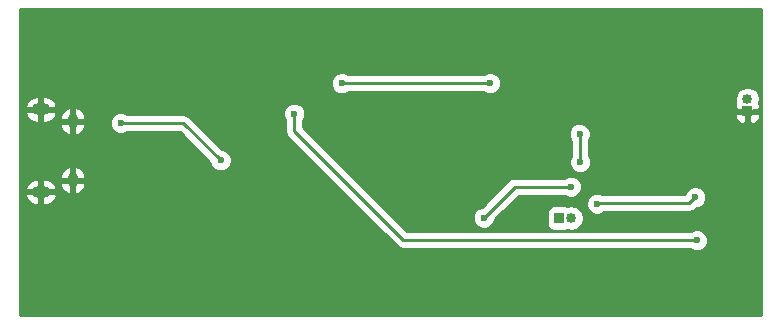
<source format=gbr>
G04 #@! TF.FileFunction,Copper,L2,Bot,Signal*
%FSLAX46Y46*%
G04 Gerber Fmt 4.6, Leading zero omitted, Abs format (unit mm)*
G04 Created by KiCad (PCBNEW 4.0.6) date 03/11/18 17:34:21*
%MOMM*%
%LPD*%
G01*
G04 APERTURE LIST*
%ADD10C,0.100000*%
%ADD11O,0.950000X1.250000*%
%ADD12O,1.550000X1.000000*%
%ADD13R,0.850000X0.850000*%
%ADD14O,0.850000X0.850000*%
%ADD15C,0.600000*%
%ADD16C,0.250000*%
%ADD17C,0.254000*%
G04 APERTURE END LIST*
D10*
D11*
X117682000Y-97830000D03*
X117682000Y-102830000D03*
D12*
X114982000Y-96830000D03*
X114982000Y-103830000D03*
D13*
X174815500Y-96977200D03*
D14*
X174815500Y-95977200D03*
D13*
X158877000Y-106045000D03*
D14*
X159877000Y-106045000D03*
D15*
X121742200Y-97993200D03*
X130200400Y-101142800D03*
X160655000Y-101307900D03*
X160604200Y-98907600D03*
X152488900Y-106006900D03*
X159880300Y-103378000D03*
X153035000Y-94615000D03*
X140462000Y-94615000D03*
X170395900Y-104267000D03*
X162077400Y-104825800D03*
X136436100Y-97193100D03*
X170535600Y-107924600D03*
D16*
X127050800Y-97993200D02*
X121742200Y-97993200D01*
X130200400Y-101142800D02*
X127050800Y-97993200D01*
X160655000Y-98958400D02*
X160655000Y-101307900D01*
X160604200Y-98907600D02*
X160655000Y-98958400D01*
X152488900Y-106006900D02*
X155117800Y-103378000D01*
X155117800Y-103378000D02*
X159880300Y-103378000D01*
X140462000Y-94615000D02*
X153035000Y-94615000D01*
X169900600Y-104762300D02*
X170395900Y-104267000D01*
X162140900Y-104762300D02*
X169900600Y-104762300D01*
X162077400Y-104825800D02*
X162140900Y-104762300D01*
X136436100Y-98679000D02*
X136436100Y-97193100D01*
X145656300Y-107899200D02*
X136436100Y-98679000D01*
X170510200Y-107899200D02*
X145656300Y-107899200D01*
X170535600Y-107924600D02*
X170510200Y-107899200D01*
D17*
G36*
X175947000Y-114225000D02*
X113232000Y-114225000D01*
X113232000Y-104131874D01*
X113612881Y-104131874D01*
X113814632Y-104542763D01*
X114155322Y-104830002D01*
X114580000Y-104965000D01*
X114855000Y-104965000D01*
X114855000Y-103957000D01*
X115109000Y-103957000D01*
X115109000Y-104965000D01*
X115384000Y-104965000D01*
X115808678Y-104830002D01*
X116149368Y-104542763D01*
X116351119Y-104131874D01*
X116224954Y-103957000D01*
X115109000Y-103957000D01*
X114855000Y-103957000D01*
X113739046Y-103957000D01*
X113612881Y-104131874D01*
X113232000Y-104131874D01*
X113232000Y-103528126D01*
X113612881Y-103528126D01*
X113739046Y-103703000D01*
X114855000Y-103703000D01*
X114855000Y-102695000D01*
X115109000Y-102695000D01*
X115109000Y-103703000D01*
X116224954Y-103703000D01*
X116351119Y-103528126D01*
X116156191Y-103131131D01*
X116580771Y-103131131D01*
X116722432Y-103541049D01*
X117010179Y-103865552D01*
X117384062Y-104049268D01*
X117555000Y-103922734D01*
X117555000Y-102957000D01*
X117809000Y-102957000D01*
X117809000Y-103922734D01*
X117979938Y-104049268D01*
X118353821Y-103865552D01*
X118641568Y-103541049D01*
X118783229Y-103131131D01*
X118634563Y-102957000D01*
X117809000Y-102957000D01*
X117555000Y-102957000D01*
X116729437Y-102957000D01*
X116580771Y-103131131D01*
X116156191Y-103131131D01*
X116149368Y-103117237D01*
X115808678Y-102829998D01*
X115384000Y-102695000D01*
X115109000Y-102695000D01*
X114855000Y-102695000D01*
X114580000Y-102695000D01*
X114155322Y-102829998D01*
X113814632Y-103117237D01*
X113612881Y-103528126D01*
X113232000Y-103528126D01*
X113232000Y-102528869D01*
X116580771Y-102528869D01*
X116729437Y-102703000D01*
X117555000Y-102703000D01*
X117555000Y-101737266D01*
X117809000Y-101737266D01*
X117809000Y-102703000D01*
X118634563Y-102703000D01*
X118783229Y-102528869D01*
X118641568Y-102118951D01*
X118353821Y-101794448D01*
X117979938Y-101610732D01*
X117809000Y-101737266D01*
X117555000Y-101737266D01*
X117384062Y-101610732D01*
X117010179Y-101794448D01*
X116722432Y-102118951D01*
X116580771Y-102528869D01*
X113232000Y-102528869D01*
X113232000Y-98131131D01*
X116580771Y-98131131D01*
X116722432Y-98541049D01*
X117010179Y-98865552D01*
X117384062Y-99049268D01*
X117555000Y-98922734D01*
X117555000Y-97957000D01*
X117809000Y-97957000D01*
X117809000Y-98922734D01*
X117979938Y-99049268D01*
X118353821Y-98865552D01*
X118641568Y-98541049D01*
X118766905Y-98178367D01*
X120807038Y-98178367D01*
X120949083Y-98522143D01*
X121211873Y-98785392D01*
X121555401Y-98928038D01*
X121927367Y-98928362D01*
X122271143Y-98786317D01*
X122304318Y-98753200D01*
X126735998Y-98753200D01*
X129265278Y-101282480D01*
X129265238Y-101327967D01*
X129407283Y-101671743D01*
X129670073Y-101934992D01*
X130013601Y-102077638D01*
X130385567Y-102077962D01*
X130729343Y-101935917D01*
X130992592Y-101673127D01*
X131135238Y-101329599D01*
X131135562Y-100957633D01*
X130993517Y-100613857D01*
X130730727Y-100350608D01*
X130387199Y-100207962D01*
X130340323Y-100207921D01*
X127588201Y-97455799D01*
X127472166Y-97378267D01*
X135500938Y-97378267D01*
X135642983Y-97722043D01*
X135676100Y-97755218D01*
X135676100Y-98679000D01*
X135733952Y-98969839D01*
X135898699Y-99216401D01*
X145118899Y-108436601D01*
X145365461Y-108601348D01*
X145656300Y-108659200D01*
X169947781Y-108659200D01*
X170005273Y-108716792D01*
X170348801Y-108859438D01*
X170720767Y-108859762D01*
X171064543Y-108717717D01*
X171327792Y-108454927D01*
X171470438Y-108111399D01*
X171470762Y-107739433D01*
X171328717Y-107395657D01*
X171065927Y-107132408D01*
X170722399Y-106989762D01*
X170350433Y-106989438D01*
X170006657Y-107131483D01*
X169998927Y-107139200D01*
X145971102Y-107139200D01*
X145023969Y-106192067D01*
X151553738Y-106192067D01*
X151695783Y-106535843D01*
X151958573Y-106799092D01*
X152302101Y-106941738D01*
X152674067Y-106942062D01*
X153017843Y-106800017D01*
X153281092Y-106537227D01*
X153423738Y-106193699D01*
X153423779Y-106146823D01*
X153950602Y-105620000D01*
X157804560Y-105620000D01*
X157804560Y-106470000D01*
X157848838Y-106705317D01*
X157987910Y-106921441D01*
X158200110Y-107066431D01*
X158452000Y-107117440D01*
X159302000Y-107117440D01*
X159537317Y-107073162D01*
X159555079Y-107061733D01*
X159877000Y-107125767D01*
X160282644Y-107045079D01*
X160626533Y-106815300D01*
X160856312Y-106471411D01*
X160937000Y-106065767D01*
X160937000Y-106024233D01*
X160856312Y-105618589D01*
X160626533Y-105274700D01*
X160282644Y-105044921D01*
X160111947Y-105010967D01*
X161142238Y-105010967D01*
X161284283Y-105354743D01*
X161547073Y-105617992D01*
X161890601Y-105760638D01*
X162262567Y-105760962D01*
X162606343Y-105618917D01*
X162703129Y-105522300D01*
X169900600Y-105522300D01*
X170191439Y-105464448D01*
X170438001Y-105299701D01*
X170535580Y-105202122D01*
X170581067Y-105202162D01*
X170924843Y-105060117D01*
X171188092Y-104797327D01*
X171330738Y-104453799D01*
X171331062Y-104081833D01*
X171189017Y-103738057D01*
X170926227Y-103474808D01*
X170582699Y-103332162D01*
X170210733Y-103331838D01*
X169866957Y-103473883D01*
X169603708Y-103736673D01*
X169493409Y-104002300D01*
X162532329Y-104002300D01*
X162264199Y-103890962D01*
X161892233Y-103890638D01*
X161548457Y-104032683D01*
X161285208Y-104295473D01*
X161142562Y-104639001D01*
X161142238Y-105010967D01*
X160111947Y-105010967D01*
X159877000Y-104964233D01*
X159559484Y-105027391D01*
X159553890Y-105023569D01*
X159302000Y-104972560D01*
X158452000Y-104972560D01*
X158216683Y-105016838D01*
X158000559Y-105155910D01*
X157855569Y-105368110D01*
X157804560Y-105620000D01*
X153950602Y-105620000D01*
X155432602Y-104138000D01*
X159317837Y-104138000D01*
X159349973Y-104170192D01*
X159693501Y-104312838D01*
X160065467Y-104313162D01*
X160409243Y-104171117D01*
X160672492Y-103908327D01*
X160815138Y-103564799D01*
X160815462Y-103192833D01*
X160673417Y-102849057D01*
X160410627Y-102585808D01*
X160067099Y-102443162D01*
X159695133Y-102442838D01*
X159351357Y-102584883D01*
X159318182Y-102618000D01*
X155117800Y-102618000D01*
X154826961Y-102675852D01*
X154580399Y-102840599D01*
X152349220Y-105071778D01*
X152303733Y-105071738D01*
X151959957Y-105213783D01*
X151696708Y-105476573D01*
X151554062Y-105820101D01*
X151553738Y-106192067D01*
X145023969Y-106192067D01*
X137924669Y-99092767D01*
X159669038Y-99092767D01*
X159811083Y-99436543D01*
X159895000Y-99520607D01*
X159895000Y-100745437D01*
X159862808Y-100777573D01*
X159720162Y-101121101D01*
X159719838Y-101493067D01*
X159861883Y-101836843D01*
X160124673Y-102100092D01*
X160468201Y-102242738D01*
X160840167Y-102243062D01*
X161183943Y-102101017D01*
X161447192Y-101838227D01*
X161589838Y-101494699D01*
X161590162Y-101122733D01*
X161448117Y-100778957D01*
X161415000Y-100745782D01*
X161415000Y-99393114D01*
X161539038Y-99094399D01*
X161539362Y-98722433D01*
X161397317Y-98378657D01*
X161134527Y-98115408D01*
X160790999Y-97972762D01*
X160419033Y-97972438D01*
X160075257Y-98114483D01*
X159812008Y-98377273D01*
X159669362Y-98720801D01*
X159669038Y-99092767D01*
X137924669Y-99092767D01*
X137196100Y-98364198D01*
X137196100Y-97755563D01*
X137228292Y-97723427D01*
X137370938Y-97379899D01*
X137371039Y-97262950D01*
X173755500Y-97262950D01*
X173755500Y-97528510D01*
X173852173Y-97761899D01*
X174030802Y-97940527D01*
X174264191Y-98037200D01*
X174529750Y-98037200D01*
X174688500Y-97878450D01*
X174688500Y-97104200D01*
X174942500Y-97104200D01*
X174942500Y-97878450D01*
X175101250Y-98037200D01*
X175366809Y-98037200D01*
X175600198Y-97940527D01*
X175778827Y-97761899D01*
X175875500Y-97528510D01*
X175875500Y-97262950D01*
X175716750Y-97104200D01*
X174942500Y-97104200D01*
X174688500Y-97104200D01*
X173914250Y-97104200D01*
X173755500Y-97262950D01*
X137371039Y-97262950D01*
X137371262Y-97007933D01*
X137229217Y-96664157D01*
X136966427Y-96400908D01*
X136622899Y-96258262D01*
X136250933Y-96257938D01*
X135907157Y-96399983D01*
X135643908Y-96662773D01*
X135501262Y-97006301D01*
X135500938Y-97378267D01*
X127472166Y-97378267D01*
X127341639Y-97291052D01*
X127050800Y-97233200D01*
X122304663Y-97233200D01*
X122272527Y-97201008D01*
X121928999Y-97058362D01*
X121557033Y-97058038D01*
X121213257Y-97200083D01*
X120950008Y-97462873D01*
X120807362Y-97806401D01*
X120807038Y-98178367D01*
X118766905Y-98178367D01*
X118783229Y-98131131D01*
X118634563Y-97957000D01*
X117809000Y-97957000D01*
X117555000Y-97957000D01*
X116729437Y-97957000D01*
X116580771Y-98131131D01*
X113232000Y-98131131D01*
X113232000Y-97131874D01*
X113612881Y-97131874D01*
X113814632Y-97542763D01*
X114155322Y-97830002D01*
X114580000Y-97965000D01*
X114855000Y-97965000D01*
X114855000Y-96957000D01*
X115109000Y-96957000D01*
X115109000Y-97965000D01*
X115384000Y-97965000D01*
X115808678Y-97830002D01*
X116149368Y-97542763D01*
X116156190Y-97528869D01*
X116580771Y-97528869D01*
X116729437Y-97703000D01*
X117555000Y-97703000D01*
X117555000Y-96737266D01*
X117809000Y-96737266D01*
X117809000Y-97703000D01*
X118634563Y-97703000D01*
X118783229Y-97528869D01*
X118641568Y-97118951D01*
X118353821Y-96794448D01*
X117979938Y-96610732D01*
X117809000Y-96737266D01*
X117555000Y-96737266D01*
X117384062Y-96610732D01*
X117010179Y-96794448D01*
X116722432Y-97118951D01*
X116580771Y-97528869D01*
X116156190Y-97528869D01*
X116351119Y-97131874D01*
X116224954Y-96957000D01*
X115109000Y-96957000D01*
X114855000Y-96957000D01*
X113739046Y-96957000D01*
X113612881Y-97131874D01*
X113232000Y-97131874D01*
X113232000Y-96528126D01*
X113612881Y-96528126D01*
X113739046Y-96703000D01*
X114855000Y-96703000D01*
X114855000Y-95695000D01*
X115109000Y-95695000D01*
X115109000Y-96703000D01*
X116224954Y-96703000D01*
X116351119Y-96528126D01*
X116149368Y-96117237D01*
X115983273Y-95977200D01*
X173734733Y-95977200D01*
X173801766Y-96314195D01*
X173755500Y-96425890D01*
X173755500Y-96691450D01*
X173914250Y-96850200D01*
X174229982Y-96850200D01*
X174389089Y-96956512D01*
X174794733Y-97037200D01*
X174836267Y-97037200D01*
X175241911Y-96956512D01*
X175401018Y-96850200D01*
X175716750Y-96850200D01*
X175875500Y-96691450D01*
X175875500Y-96425890D01*
X175829234Y-96314195D01*
X175896267Y-95977200D01*
X175815579Y-95571556D01*
X175585800Y-95227667D01*
X175241911Y-94997888D01*
X174836267Y-94917200D01*
X174794733Y-94917200D01*
X174389089Y-94997888D01*
X174045200Y-95227667D01*
X173815421Y-95571556D01*
X173734733Y-95977200D01*
X115983273Y-95977200D01*
X115808678Y-95829998D01*
X115384000Y-95695000D01*
X115109000Y-95695000D01*
X114855000Y-95695000D01*
X114580000Y-95695000D01*
X114155322Y-95829998D01*
X113814632Y-96117237D01*
X113612881Y-96528126D01*
X113232000Y-96528126D01*
X113232000Y-94800167D01*
X139526838Y-94800167D01*
X139668883Y-95143943D01*
X139931673Y-95407192D01*
X140275201Y-95549838D01*
X140647167Y-95550162D01*
X140990943Y-95408117D01*
X141024118Y-95375000D01*
X152472537Y-95375000D01*
X152504673Y-95407192D01*
X152848201Y-95549838D01*
X153220167Y-95550162D01*
X153563943Y-95408117D01*
X153827192Y-95145327D01*
X153969838Y-94801799D01*
X153970162Y-94429833D01*
X153828117Y-94086057D01*
X153565327Y-93822808D01*
X153221799Y-93680162D01*
X152849833Y-93679838D01*
X152506057Y-93821883D01*
X152472882Y-93855000D01*
X141024463Y-93855000D01*
X140992327Y-93822808D01*
X140648799Y-93680162D01*
X140276833Y-93679838D01*
X139933057Y-93821883D01*
X139669808Y-94084673D01*
X139527162Y-94428201D01*
X139526838Y-94800167D01*
X113232000Y-94800167D01*
X113232000Y-88340000D01*
X175947000Y-88340000D01*
X175947000Y-114225000D01*
X175947000Y-114225000D01*
G37*
X175947000Y-114225000D02*
X113232000Y-114225000D01*
X113232000Y-104131874D01*
X113612881Y-104131874D01*
X113814632Y-104542763D01*
X114155322Y-104830002D01*
X114580000Y-104965000D01*
X114855000Y-104965000D01*
X114855000Y-103957000D01*
X115109000Y-103957000D01*
X115109000Y-104965000D01*
X115384000Y-104965000D01*
X115808678Y-104830002D01*
X116149368Y-104542763D01*
X116351119Y-104131874D01*
X116224954Y-103957000D01*
X115109000Y-103957000D01*
X114855000Y-103957000D01*
X113739046Y-103957000D01*
X113612881Y-104131874D01*
X113232000Y-104131874D01*
X113232000Y-103528126D01*
X113612881Y-103528126D01*
X113739046Y-103703000D01*
X114855000Y-103703000D01*
X114855000Y-102695000D01*
X115109000Y-102695000D01*
X115109000Y-103703000D01*
X116224954Y-103703000D01*
X116351119Y-103528126D01*
X116156191Y-103131131D01*
X116580771Y-103131131D01*
X116722432Y-103541049D01*
X117010179Y-103865552D01*
X117384062Y-104049268D01*
X117555000Y-103922734D01*
X117555000Y-102957000D01*
X117809000Y-102957000D01*
X117809000Y-103922734D01*
X117979938Y-104049268D01*
X118353821Y-103865552D01*
X118641568Y-103541049D01*
X118783229Y-103131131D01*
X118634563Y-102957000D01*
X117809000Y-102957000D01*
X117555000Y-102957000D01*
X116729437Y-102957000D01*
X116580771Y-103131131D01*
X116156191Y-103131131D01*
X116149368Y-103117237D01*
X115808678Y-102829998D01*
X115384000Y-102695000D01*
X115109000Y-102695000D01*
X114855000Y-102695000D01*
X114580000Y-102695000D01*
X114155322Y-102829998D01*
X113814632Y-103117237D01*
X113612881Y-103528126D01*
X113232000Y-103528126D01*
X113232000Y-102528869D01*
X116580771Y-102528869D01*
X116729437Y-102703000D01*
X117555000Y-102703000D01*
X117555000Y-101737266D01*
X117809000Y-101737266D01*
X117809000Y-102703000D01*
X118634563Y-102703000D01*
X118783229Y-102528869D01*
X118641568Y-102118951D01*
X118353821Y-101794448D01*
X117979938Y-101610732D01*
X117809000Y-101737266D01*
X117555000Y-101737266D01*
X117384062Y-101610732D01*
X117010179Y-101794448D01*
X116722432Y-102118951D01*
X116580771Y-102528869D01*
X113232000Y-102528869D01*
X113232000Y-98131131D01*
X116580771Y-98131131D01*
X116722432Y-98541049D01*
X117010179Y-98865552D01*
X117384062Y-99049268D01*
X117555000Y-98922734D01*
X117555000Y-97957000D01*
X117809000Y-97957000D01*
X117809000Y-98922734D01*
X117979938Y-99049268D01*
X118353821Y-98865552D01*
X118641568Y-98541049D01*
X118766905Y-98178367D01*
X120807038Y-98178367D01*
X120949083Y-98522143D01*
X121211873Y-98785392D01*
X121555401Y-98928038D01*
X121927367Y-98928362D01*
X122271143Y-98786317D01*
X122304318Y-98753200D01*
X126735998Y-98753200D01*
X129265278Y-101282480D01*
X129265238Y-101327967D01*
X129407283Y-101671743D01*
X129670073Y-101934992D01*
X130013601Y-102077638D01*
X130385567Y-102077962D01*
X130729343Y-101935917D01*
X130992592Y-101673127D01*
X131135238Y-101329599D01*
X131135562Y-100957633D01*
X130993517Y-100613857D01*
X130730727Y-100350608D01*
X130387199Y-100207962D01*
X130340323Y-100207921D01*
X127588201Y-97455799D01*
X127472166Y-97378267D01*
X135500938Y-97378267D01*
X135642983Y-97722043D01*
X135676100Y-97755218D01*
X135676100Y-98679000D01*
X135733952Y-98969839D01*
X135898699Y-99216401D01*
X145118899Y-108436601D01*
X145365461Y-108601348D01*
X145656300Y-108659200D01*
X169947781Y-108659200D01*
X170005273Y-108716792D01*
X170348801Y-108859438D01*
X170720767Y-108859762D01*
X171064543Y-108717717D01*
X171327792Y-108454927D01*
X171470438Y-108111399D01*
X171470762Y-107739433D01*
X171328717Y-107395657D01*
X171065927Y-107132408D01*
X170722399Y-106989762D01*
X170350433Y-106989438D01*
X170006657Y-107131483D01*
X169998927Y-107139200D01*
X145971102Y-107139200D01*
X145023969Y-106192067D01*
X151553738Y-106192067D01*
X151695783Y-106535843D01*
X151958573Y-106799092D01*
X152302101Y-106941738D01*
X152674067Y-106942062D01*
X153017843Y-106800017D01*
X153281092Y-106537227D01*
X153423738Y-106193699D01*
X153423779Y-106146823D01*
X153950602Y-105620000D01*
X157804560Y-105620000D01*
X157804560Y-106470000D01*
X157848838Y-106705317D01*
X157987910Y-106921441D01*
X158200110Y-107066431D01*
X158452000Y-107117440D01*
X159302000Y-107117440D01*
X159537317Y-107073162D01*
X159555079Y-107061733D01*
X159877000Y-107125767D01*
X160282644Y-107045079D01*
X160626533Y-106815300D01*
X160856312Y-106471411D01*
X160937000Y-106065767D01*
X160937000Y-106024233D01*
X160856312Y-105618589D01*
X160626533Y-105274700D01*
X160282644Y-105044921D01*
X160111947Y-105010967D01*
X161142238Y-105010967D01*
X161284283Y-105354743D01*
X161547073Y-105617992D01*
X161890601Y-105760638D01*
X162262567Y-105760962D01*
X162606343Y-105618917D01*
X162703129Y-105522300D01*
X169900600Y-105522300D01*
X170191439Y-105464448D01*
X170438001Y-105299701D01*
X170535580Y-105202122D01*
X170581067Y-105202162D01*
X170924843Y-105060117D01*
X171188092Y-104797327D01*
X171330738Y-104453799D01*
X171331062Y-104081833D01*
X171189017Y-103738057D01*
X170926227Y-103474808D01*
X170582699Y-103332162D01*
X170210733Y-103331838D01*
X169866957Y-103473883D01*
X169603708Y-103736673D01*
X169493409Y-104002300D01*
X162532329Y-104002300D01*
X162264199Y-103890962D01*
X161892233Y-103890638D01*
X161548457Y-104032683D01*
X161285208Y-104295473D01*
X161142562Y-104639001D01*
X161142238Y-105010967D01*
X160111947Y-105010967D01*
X159877000Y-104964233D01*
X159559484Y-105027391D01*
X159553890Y-105023569D01*
X159302000Y-104972560D01*
X158452000Y-104972560D01*
X158216683Y-105016838D01*
X158000559Y-105155910D01*
X157855569Y-105368110D01*
X157804560Y-105620000D01*
X153950602Y-105620000D01*
X155432602Y-104138000D01*
X159317837Y-104138000D01*
X159349973Y-104170192D01*
X159693501Y-104312838D01*
X160065467Y-104313162D01*
X160409243Y-104171117D01*
X160672492Y-103908327D01*
X160815138Y-103564799D01*
X160815462Y-103192833D01*
X160673417Y-102849057D01*
X160410627Y-102585808D01*
X160067099Y-102443162D01*
X159695133Y-102442838D01*
X159351357Y-102584883D01*
X159318182Y-102618000D01*
X155117800Y-102618000D01*
X154826961Y-102675852D01*
X154580399Y-102840599D01*
X152349220Y-105071778D01*
X152303733Y-105071738D01*
X151959957Y-105213783D01*
X151696708Y-105476573D01*
X151554062Y-105820101D01*
X151553738Y-106192067D01*
X145023969Y-106192067D01*
X137924669Y-99092767D01*
X159669038Y-99092767D01*
X159811083Y-99436543D01*
X159895000Y-99520607D01*
X159895000Y-100745437D01*
X159862808Y-100777573D01*
X159720162Y-101121101D01*
X159719838Y-101493067D01*
X159861883Y-101836843D01*
X160124673Y-102100092D01*
X160468201Y-102242738D01*
X160840167Y-102243062D01*
X161183943Y-102101017D01*
X161447192Y-101838227D01*
X161589838Y-101494699D01*
X161590162Y-101122733D01*
X161448117Y-100778957D01*
X161415000Y-100745782D01*
X161415000Y-99393114D01*
X161539038Y-99094399D01*
X161539362Y-98722433D01*
X161397317Y-98378657D01*
X161134527Y-98115408D01*
X160790999Y-97972762D01*
X160419033Y-97972438D01*
X160075257Y-98114483D01*
X159812008Y-98377273D01*
X159669362Y-98720801D01*
X159669038Y-99092767D01*
X137924669Y-99092767D01*
X137196100Y-98364198D01*
X137196100Y-97755563D01*
X137228292Y-97723427D01*
X137370938Y-97379899D01*
X137371039Y-97262950D01*
X173755500Y-97262950D01*
X173755500Y-97528510D01*
X173852173Y-97761899D01*
X174030802Y-97940527D01*
X174264191Y-98037200D01*
X174529750Y-98037200D01*
X174688500Y-97878450D01*
X174688500Y-97104200D01*
X174942500Y-97104200D01*
X174942500Y-97878450D01*
X175101250Y-98037200D01*
X175366809Y-98037200D01*
X175600198Y-97940527D01*
X175778827Y-97761899D01*
X175875500Y-97528510D01*
X175875500Y-97262950D01*
X175716750Y-97104200D01*
X174942500Y-97104200D01*
X174688500Y-97104200D01*
X173914250Y-97104200D01*
X173755500Y-97262950D01*
X137371039Y-97262950D01*
X137371262Y-97007933D01*
X137229217Y-96664157D01*
X136966427Y-96400908D01*
X136622899Y-96258262D01*
X136250933Y-96257938D01*
X135907157Y-96399983D01*
X135643908Y-96662773D01*
X135501262Y-97006301D01*
X135500938Y-97378267D01*
X127472166Y-97378267D01*
X127341639Y-97291052D01*
X127050800Y-97233200D01*
X122304663Y-97233200D01*
X122272527Y-97201008D01*
X121928999Y-97058362D01*
X121557033Y-97058038D01*
X121213257Y-97200083D01*
X120950008Y-97462873D01*
X120807362Y-97806401D01*
X120807038Y-98178367D01*
X118766905Y-98178367D01*
X118783229Y-98131131D01*
X118634563Y-97957000D01*
X117809000Y-97957000D01*
X117555000Y-97957000D01*
X116729437Y-97957000D01*
X116580771Y-98131131D01*
X113232000Y-98131131D01*
X113232000Y-97131874D01*
X113612881Y-97131874D01*
X113814632Y-97542763D01*
X114155322Y-97830002D01*
X114580000Y-97965000D01*
X114855000Y-97965000D01*
X114855000Y-96957000D01*
X115109000Y-96957000D01*
X115109000Y-97965000D01*
X115384000Y-97965000D01*
X115808678Y-97830002D01*
X116149368Y-97542763D01*
X116156190Y-97528869D01*
X116580771Y-97528869D01*
X116729437Y-97703000D01*
X117555000Y-97703000D01*
X117555000Y-96737266D01*
X117809000Y-96737266D01*
X117809000Y-97703000D01*
X118634563Y-97703000D01*
X118783229Y-97528869D01*
X118641568Y-97118951D01*
X118353821Y-96794448D01*
X117979938Y-96610732D01*
X117809000Y-96737266D01*
X117555000Y-96737266D01*
X117384062Y-96610732D01*
X117010179Y-96794448D01*
X116722432Y-97118951D01*
X116580771Y-97528869D01*
X116156190Y-97528869D01*
X116351119Y-97131874D01*
X116224954Y-96957000D01*
X115109000Y-96957000D01*
X114855000Y-96957000D01*
X113739046Y-96957000D01*
X113612881Y-97131874D01*
X113232000Y-97131874D01*
X113232000Y-96528126D01*
X113612881Y-96528126D01*
X113739046Y-96703000D01*
X114855000Y-96703000D01*
X114855000Y-95695000D01*
X115109000Y-95695000D01*
X115109000Y-96703000D01*
X116224954Y-96703000D01*
X116351119Y-96528126D01*
X116149368Y-96117237D01*
X115983273Y-95977200D01*
X173734733Y-95977200D01*
X173801766Y-96314195D01*
X173755500Y-96425890D01*
X173755500Y-96691450D01*
X173914250Y-96850200D01*
X174229982Y-96850200D01*
X174389089Y-96956512D01*
X174794733Y-97037200D01*
X174836267Y-97037200D01*
X175241911Y-96956512D01*
X175401018Y-96850200D01*
X175716750Y-96850200D01*
X175875500Y-96691450D01*
X175875500Y-96425890D01*
X175829234Y-96314195D01*
X175896267Y-95977200D01*
X175815579Y-95571556D01*
X175585800Y-95227667D01*
X175241911Y-94997888D01*
X174836267Y-94917200D01*
X174794733Y-94917200D01*
X174389089Y-94997888D01*
X174045200Y-95227667D01*
X173815421Y-95571556D01*
X173734733Y-95977200D01*
X115983273Y-95977200D01*
X115808678Y-95829998D01*
X115384000Y-95695000D01*
X115109000Y-95695000D01*
X114855000Y-95695000D01*
X114580000Y-95695000D01*
X114155322Y-95829998D01*
X113814632Y-96117237D01*
X113612881Y-96528126D01*
X113232000Y-96528126D01*
X113232000Y-94800167D01*
X139526838Y-94800167D01*
X139668883Y-95143943D01*
X139931673Y-95407192D01*
X140275201Y-95549838D01*
X140647167Y-95550162D01*
X140990943Y-95408117D01*
X141024118Y-95375000D01*
X152472537Y-95375000D01*
X152504673Y-95407192D01*
X152848201Y-95549838D01*
X153220167Y-95550162D01*
X153563943Y-95408117D01*
X153827192Y-95145327D01*
X153969838Y-94801799D01*
X153970162Y-94429833D01*
X153828117Y-94086057D01*
X153565327Y-93822808D01*
X153221799Y-93680162D01*
X152849833Y-93679838D01*
X152506057Y-93821883D01*
X152472882Y-93855000D01*
X141024463Y-93855000D01*
X140992327Y-93822808D01*
X140648799Y-93680162D01*
X140276833Y-93679838D01*
X139933057Y-93821883D01*
X139669808Y-94084673D01*
X139527162Y-94428201D01*
X139526838Y-94800167D01*
X113232000Y-94800167D01*
X113232000Y-88340000D01*
X175947000Y-88340000D01*
X175947000Y-114225000D01*
M02*

</source>
